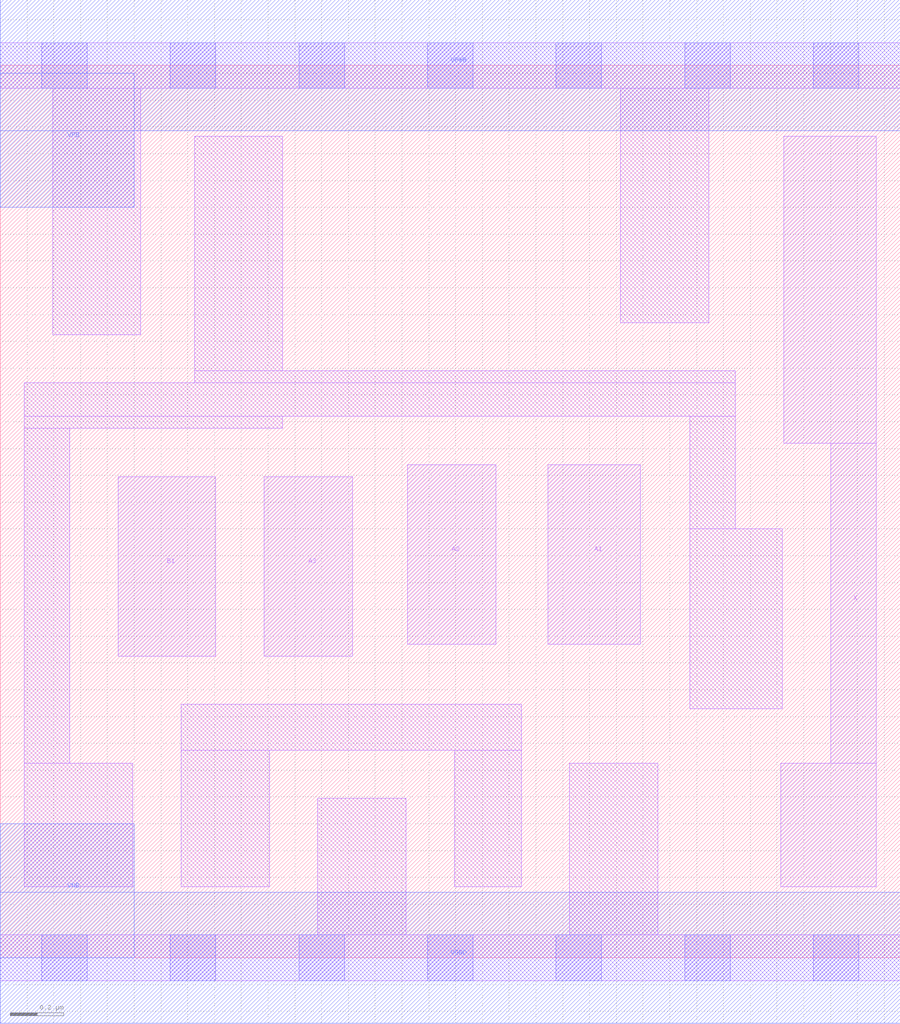
<source format=lef>
# Copyright 2020 The SkyWater PDK Authors
#
# Licensed under the Apache License, Version 2.0 (the "License");
# you may not use this file except in compliance with the License.
# You may obtain a copy of the License at
#
#     https://www.apache.org/licenses/LICENSE-2.0
#
# Unless required by applicable law or agreed to in writing, software
# distributed under the License is distributed on an "AS IS" BASIS,
# WITHOUT WARRANTIES OR CONDITIONS OF ANY KIND, either express or implied.
# See the License for the specific language governing permissions and
# limitations under the License.
#
# SPDX-License-Identifier: Apache-2.0

VERSION 5.5 ;
NAMESCASESENSITIVE ON ;
BUSBITCHARS "[]" ;
DIVIDERCHAR "/" ;
MACRO sky130_fd_sc_lp__o31a_lp
  CLASS CORE ;
  SOURCE USER ;
  ORIGIN  0.000000  0.000000 ;
  SIZE  3.360000 BY  3.330000 ;
  SYMMETRY X Y R90 ;
  SITE unit ;
  PIN A1
    ANTENNAGATEAREA  0.313000 ;
    DIRECTION INPUT ;
    USE SIGNAL ;
    PORT
      LAYER li1 ;
        RECT 2.045000 1.170000 2.390000 1.840000 ;
    END
  END A1
  PIN A2
    ANTENNAGATEAREA  0.313000 ;
    DIRECTION INPUT ;
    USE SIGNAL ;
    PORT
      LAYER li1 ;
        RECT 1.520000 1.170000 1.850000 1.840000 ;
    END
  END A2
  PIN A3
    ANTENNAGATEAREA  0.313000 ;
    DIRECTION INPUT ;
    USE SIGNAL ;
    PORT
      LAYER li1 ;
        RECT 0.985000 1.125000 1.315000 1.795000 ;
    END
  END A3
  PIN B1
    ANTENNAGATEAREA  0.313000 ;
    DIRECTION INPUT ;
    USE SIGNAL ;
    PORT
      LAYER li1 ;
        RECT 0.440000 1.125000 0.805000 1.795000 ;
    END
  END B1
  PIN X
    ANTENNADIFFAREA  0.404700 ;
    DIRECTION OUTPUT ;
    USE SIGNAL ;
    PORT
      LAYER li1 ;
        RECT 2.915000 0.265000 3.270000 0.725000 ;
        RECT 2.925000 1.920000 3.270000 3.065000 ;
        RECT 3.100000 0.725000 3.270000 1.920000 ;
    END
  END X
  PIN VGND
    DIRECTION INOUT ;
    USE GROUND ;
    PORT
      LAYER met1 ;
        RECT 0.000000 -0.245000 3.360000 0.245000 ;
    END
  END VGND
  PIN VNB
    DIRECTION INOUT ;
    USE GROUND ;
    PORT
      LAYER met1 ;
        RECT 0.000000 0.000000 0.500000 0.500000 ;
    END
  END VNB
  PIN VPB
    DIRECTION INOUT ;
    USE POWER ;
    PORT
      LAYER met1 ;
        RECT 0.000000 2.800000 0.500000 3.300000 ;
    END
  END VPB
  PIN VPWR
    DIRECTION INOUT ;
    USE POWER ;
    PORT
      LAYER met1 ;
        RECT 0.000000 3.085000 3.360000 3.575000 ;
    END
  END VPWR
  OBS
    LAYER li1 ;
      RECT 0.000000 -0.085000 3.360000 0.085000 ;
      RECT 0.000000  3.245000 3.360000 3.415000 ;
      RECT 0.090000  0.265000 0.495000 0.725000 ;
      RECT 0.090000  0.725000 0.260000 1.975000 ;
      RECT 0.090000  1.975000 1.055000 2.020000 ;
      RECT 0.090000  2.020000 2.745000 2.145000 ;
      RECT 0.195000  2.325000 0.525000 3.245000 ;
      RECT 0.675000  0.265000 1.005000 0.775000 ;
      RECT 0.675000  0.775000 1.945000 0.945000 ;
      RECT 0.725000  2.145000 2.745000 2.190000 ;
      RECT 0.725000  2.190000 1.055000 3.065000 ;
      RECT 1.185000  0.085000 1.515000 0.595000 ;
      RECT 1.695000  0.265000 1.945000 0.775000 ;
      RECT 2.125000  0.085000 2.455000 0.725000 ;
      RECT 2.315000  2.370000 2.645000 3.245000 ;
      RECT 2.575000  0.930000 2.920000 1.600000 ;
      RECT 2.575000  1.600000 2.745000 2.020000 ;
    LAYER mcon ;
      RECT 0.155000 -0.085000 0.325000 0.085000 ;
      RECT 0.155000  3.245000 0.325000 3.415000 ;
      RECT 0.635000 -0.085000 0.805000 0.085000 ;
      RECT 0.635000  3.245000 0.805000 3.415000 ;
      RECT 1.115000 -0.085000 1.285000 0.085000 ;
      RECT 1.115000  3.245000 1.285000 3.415000 ;
      RECT 1.595000 -0.085000 1.765000 0.085000 ;
      RECT 1.595000  3.245000 1.765000 3.415000 ;
      RECT 2.075000 -0.085000 2.245000 0.085000 ;
      RECT 2.075000  3.245000 2.245000 3.415000 ;
      RECT 2.555000 -0.085000 2.725000 0.085000 ;
      RECT 2.555000  3.245000 2.725000 3.415000 ;
      RECT 3.035000 -0.085000 3.205000 0.085000 ;
      RECT 3.035000  3.245000 3.205000 3.415000 ;
  END
END sky130_fd_sc_lp__o31a_lp
END LIBRARY

</source>
